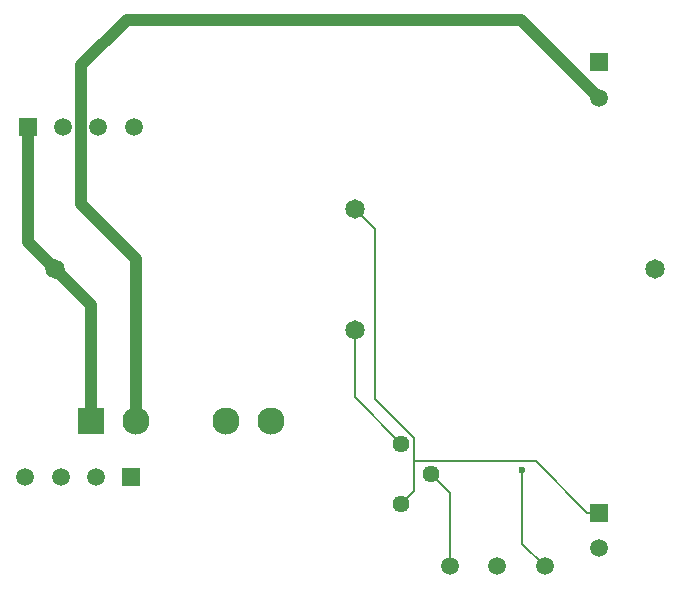
<source format=gbr>
%TF.GenerationSoftware,KiCad,Pcbnew,9.0.1-1.fc42*%
%TF.CreationDate,2025-04-27T23:47:53+08:00*%
%TF.ProjectId,discharge & time_delayforDCDC,64697363-6861-4726-9765-20262074696d,rev?*%
%TF.SameCoordinates,Original*%
%TF.FileFunction,Copper,L2,Bot*%
%TF.FilePolarity,Positive*%
%FSLAX46Y46*%
G04 Gerber Fmt 4.6, Leading zero omitted, Abs format (unit mm)*
G04 Created by KiCad (PCBNEW 9.0.1-1.fc42) date 2025-04-27 23:47:53*
%MOMM*%
%LPD*%
G01*
G04 APERTURE LIST*
%TA.AperFunction,ComponentPad*%
%ADD10C,1.650000*%
%TD*%
%TA.AperFunction,ComponentPad*%
%ADD11R,1.520000X1.520000*%
%TD*%
%TA.AperFunction,ComponentPad*%
%ADD12C,1.520000*%
%TD*%
%TA.AperFunction,ComponentPad*%
%ADD13C,1.440000*%
%TD*%
%TA.AperFunction,ComponentPad*%
%ADD14R,2.300000X2.300000*%
%TD*%
%TA.AperFunction,ComponentPad*%
%ADD15C,2.300000*%
%TD*%
%TA.AperFunction,ComponentPad*%
%ADD16C,1.500000*%
%TD*%
%TA.AperFunction,ViaPad*%
%ADD17C,0.600000*%
%TD*%
%TA.AperFunction,Conductor*%
%ADD18C,0.200000*%
%TD*%
%TA.AperFunction,Conductor*%
%ADD19C,1.000000*%
%TD*%
G04 APERTURE END LIST*
D10*
%TO.P,K1,1,out+*%
%TO.N,TS+*%
X119150000Y-100400000D03*
%TO.P,K1,2,out-*%
%TO.N,Discharge*%
X169950000Y-100400000D03*
%TO.P,K1,3,-*%
%TO.N,GND*%
X144550000Y-105500000D03*
%TO.P,K1,4,+*%
%TO.N,SDC*%
X144550000Y-95300000D03*
%TD*%
D11*
%TO.P,J3,1,1*%
%TO.N,TS+*%
X116850000Y-88320000D03*
D12*
%TO.P,J3,2,2*%
%TO.N,unconnected-(J3-Pad2)*%
X119850000Y-88320000D03*
%TO.P,J3,3,3*%
%TO.N,unconnected-(J3-Pad3)*%
X122850000Y-88320000D03*
%TO.P,J3,4,4*%
%TO.N,TS-*%
X125850000Y-88320000D03*
%TD*%
D13*
%TO.P,RV1,1,1*%
%TO.N,SDC*%
X148500000Y-120250000D03*
%TO.P,RV1,2,2*%
%TO.N,/Ref*%
X151040000Y-117710000D03*
%TO.P,RV1,3,3*%
%TO.N,GND*%
X148500000Y-115170000D03*
%TD*%
D11*
%TO.P,J1,1,1*%
%TO.N,TS-*%
X125650000Y-118000000D03*
D12*
%TO.P,J1,2,2*%
%TO.N,unconnected-(J1-Pad2)*%
X122650000Y-118000000D03*
%TO.P,J1,3,3*%
%TO.N,unconnected-(J1-Pad3)*%
X119650000Y-118000000D03*
%TO.P,J1,4,4*%
%TO.N,Discharge*%
X116650000Y-118000000D03*
%TD*%
D14*
%TO.P,MOSFET1,1*%
%TO.N,TS+*%
X122190000Y-113250000D03*
D15*
%TO.P,MOSFET1,2*%
%TO.N,DCDC*%
X126000000Y-113250000D03*
%TO.P,MOSFET1,3*%
%TO.N,GND*%
X133620000Y-113250000D03*
%TO.P,MOSFET1,4*%
%TO.N,/Enable*%
X137430000Y-113250000D03*
%TD*%
D16*
%TO.P,TP2,1,1*%
%TO.N,/Enable*%
X160625000Y-125525000D03*
%TD*%
D11*
%TO.P,J6,1,1*%
%TO.N,unconnected-(J6-Pad1)*%
X165254200Y-82880000D03*
D12*
%TO.P,J6,2,2*%
%TO.N,DCDC*%
X165254200Y-85880000D03*
%TD*%
D16*
%TO.P,TP3,1,1*%
%TO.N,/Ref*%
X152625000Y-125525000D03*
%TD*%
%TO.P,TP1,1,1*%
%TO.N,/Delay*%
X156625000Y-125525000D03*
%TD*%
D11*
%TO.P,J5,1,1*%
%TO.N,SDC*%
X165254200Y-121000000D03*
D12*
%TO.P,J5,2,2*%
%TO.N,GND*%
X165254200Y-124000000D03*
%TD*%
D17*
%TO.N,/Enable*%
X158750000Y-117400000D03*
%TD*%
D18*
%TO.N,GND*%
X144550000Y-111220000D02*
X148500000Y-115170000D01*
X144550000Y-105500000D02*
X144550000Y-111220000D01*
D19*
%TO.N,DCDC*%
X125266605Y-79250000D02*
X121389000Y-83127605D01*
X121389000Y-83127605D02*
X121389000Y-94889000D01*
X121389000Y-94889000D02*
X126000000Y-99500000D01*
X126000000Y-99500000D02*
X126000000Y-113250000D01*
X165254200Y-85880000D02*
X158624200Y-79250000D01*
X158624200Y-79250000D02*
X125266605Y-79250000D01*
%TO.N,TS+*%
X119150000Y-100400000D02*
X122190000Y-103440000D01*
X119150000Y-100400000D02*
X116850000Y-98100000D01*
X122190000Y-103440000D02*
X122190000Y-113250000D01*
X116850000Y-98100000D02*
X116850000Y-88320000D01*
D18*
%TO.N,SDC*%
X159860600Y-116668100D02*
X149553100Y-116668100D01*
X144550000Y-95300000D02*
X146250000Y-97000000D01*
X164192500Y-121000000D02*
X159860600Y-116668100D01*
X165254200Y-121000000D02*
X164192500Y-121000000D01*
X146250000Y-97000000D02*
X146250000Y-111342814D01*
X146250000Y-111342814D02*
X149553100Y-114645914D01*
X149553100Y-119196900D02*
X148500000Y-120250000D01*
X149553100Y-114645914D02*
X149553100Y-116668100D01*
X149553100Y-116668100D02*
X149553100Y-119196900D01*
%TO.N,/Enable*%
X158750000Y-123650000D02*
X160625000Y-125525000D01*
X158750000Y-117400000D02*
X158750000Y-123650000D01*
%TO.N,/Ref*%
X152625000Y-119295000D02*
X151040000Y-117710000D01*
X152625000Y-125525000D02*
X152625000Y-119295000D01*
%TD*%
M02*

</source>
